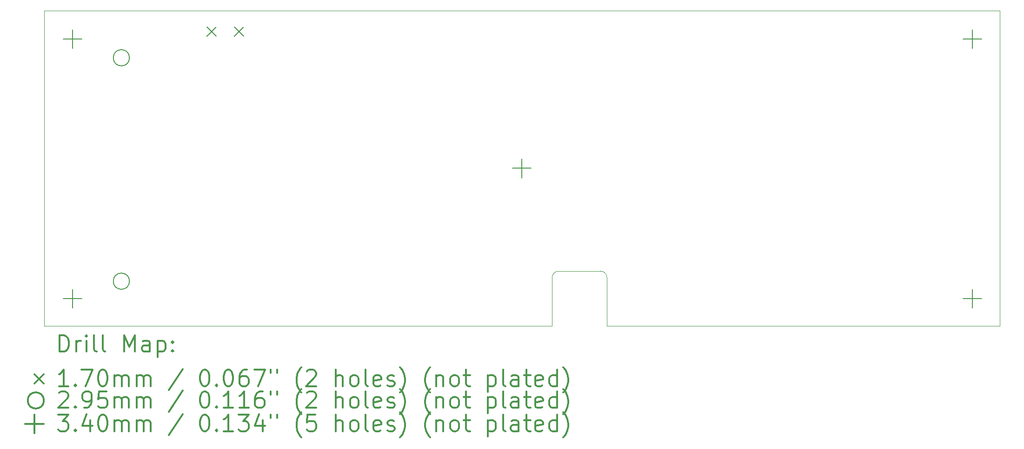
<source format=gbr>
%FSLAX45Y45*%
G04 Gerber Fmt 4.5, Leading zero omitted, Abs format (unit mm)*
G04 Created by KiCad (PCBNEW 5.1.9-73d0e3b20d~88~ubuntu20.04.1) date 2020-12-31 12:36:15*
%MOMM*%
%LPD*%
G01*
G04 APERTURE LIST*
%TA.AperFunction,Profile*%
%ADD10C,0.050000*%
%TD*%
%ADD11C,0.200000*%
%ADD12C,0.300000*%
G04 APERTURE END LIST*
D10*
X13250000Y-8750000D02*
X20400000Y-8750000D01*
X12250000Y-7870000D02*
G75*
G02*
X12370000Y-7750000I120000J0D01*
G01*
X13130000Y-7750000D02*
G75*
G02*
X13250000Y-7870000I0J-120000D01*
G01*
X13250000Y-7870000D02*
X13250000Y-8750000D01*
X12370000Y-7750000D02*
X13130000Y-7750000D01*
X12250000Y-8750000D02*
X12250000Y-7870000D01*
X3000000Y-8750000D02*
X12250000Y-8750000D01*
X3000000Y-3000000D02*
X3000000Y-8750000D01*
X20400000Y-3000000D02*
X3000000Y-3000000D01*
X20400000Y-8750000D02*
X20400000Y-3000000D01*
D11*
X5965000Y-3295000D02*
X6135000Y-3465000D01*
X6135000Y-3295000D02*
X5965000Y-3465000D01*
X6465000Y-3295000D02*
X6635000Y-3465000D01*
X6635000Y-3295000D02*
X6465000Y-3465000D01*
X4555500Y-3860000D02*
G75*
G03*
X4555500Y-3860000I-147500J0D01*
G01*
X4555500Y-7934000D02*
G75*
G03*
X4555500Y-7934000I-147500J0D01*
G01*
X3520000Y-3350000D02*
X3520000Y-3690000D01*
X3350000Y-3520000D02*
X3690000Y-3520000D01*
X3520000Y-8080000D02*
X3520000Y-8420000D01*
X3350000Y-8250000D02*
X3690000Y-8250000D01*
X11700000Y-5705000D02*
X11700000Y-6045000D01*
X11530000Y-5875000D02*
X11870000Y-5875000D01*
X19900000Y-3350000D02*
X19900000Y-3690000D01*
X19730000Y-3520000D02*
X20070000Y-3520000D01*
X19900000Y-8080000D02*
X19900000Y-8420000D01*
X19730000Y-8250000D02*
X20070000Y-8250000D01*
D12*
X3283928Y-9218214D02*
X3283928Y-8918214D01*
X3355357Y-8918214D01*
X3398214Y-8932500D01*
X3426786Y-8961072D01*
X3441071Y-8989643D01*
X3455357Y-9046786D01*
X3455357Y-9089643D01*
X3441071Y-9146786D01*
X3426786Y-9175357D01*
X3398214Y-9203929D01*
X3355357Y-9218214D01*
X3283928Y-9218214D01*
X3583928Y-9218214D02*
X3583928Y-9018214D01*
X3583928Y-9075357D02*
X3598214Y-9046786D01*
X3612500Y-9032500D01*
X3641071Y-9018214D01*
X3669643Y-9018214D01*
X3769643Y-9218214D02*
X3769643Y-9018214D01*
X3769643Y-8918214D02*
X3755357Y-8932500D01*
X3769643Y-8946786D01*
X3783928Y-8932500D01*
X3769643Y-8918214D01*
X3769643Y-8946786D01*
X3955357Y-9218214D02*
X3926786Y-9203929D01*
X3912500Y-9175357D01*
X3912500Y-8918214D01*
X4112500Y-9218214D02*
X4083928Y-9203929D01*
X4069643Y-9175357D01*
X4069643Y-8918214D01*
X4455357Y-9218214D02*
X4455357Y-8918214D01*
X4555357Y-9132500D01*
X4655357Y-8918214D01*
X4655357Y-9218214D01*
X4926786Y-9218214D02*
X4926786Y-9061072D01*
X4912500Y-9032500D01*
X4883928Y-9018214D01*
X4826786Y-9018214D01*
X4798214Y-9032500D01*
X4926786Y-9203929D02*
X4898214Y-9218214D01*
X4826786Y-9218214D01*
X4798214Y-9203929D01*
X4783928Y-9175357D01*
X4783928Y-9146786D01*
X4798214Y-9118214D01*
X4826786Y-9103929D01*
X4898214Y-9103929D01*
X4926786Y-9089643D01*
X5069643Y-9018214D02*
X5069643Y-9318214D01*
X5069643Y-9032500D02*
X5098214Y-9018214D01*
X5155357Y-9018214D01*
X5183928Y-9032500D01*
X5198214Y-9046786D01*
X5212500Y-9075357D01*
X5212500Y-9161072D01*
X5198214Y-9189643D01*
X5183928Y-9203929D01*
X5155357Y-9218214D01*
X5098214Y-9218214D01*
X5069643Y-9203929D01*
X5341071Y-9189643D02*
X5355357Y-9203929D01*
X5341071Y-9218214D01*
X5326786Y-9203929D01*
X5341071Y-9189643D01*
X5341071Y-9218214D01*
X5341071Y-9032500D02*
X5355357Y-9046786D01*
X5341071Y-9061072D01*
X5326786Y-9046786D01*
X5341071Y-9032500D01*
X5341071Y-9061072D01*
X2827500Y-9627500D02*
X2997500Y-9797500D01*
X2997500Y-9627500D02*
X2827500Y-9797500D01*
X3441071Y-9848214D02*
X3269643Y-9848214D01*
X3355357Y-9848214D02*
X3355357Y-9548214D01*
X3326786Y-9591072D01*
X3298214Y-9619643D01*
X3269643Y-9633929D01*
X3569643Y-9819643D02*
X3583928Y-9833929D01*
X3569643Y-9848214D01*
X3555357Y-9833929D01*
X3569643Y-9819643D01*
X3569643Y-9848214D01*
X3683928Y-9548214D02*
X3883928Y-9548214D01*
X3755357Y-9848214D01*
X4055357Y-9548214D02*
X4083928Y-9548214D01*
X4112500Y-9562500D01*
X4126786Y-9576786D01*
X4141071Y-9605357D01*
X4155357Y-9662500D01*
X4155357Y-9733929D01*
X4141071Y-9791072D01*
X4126786Y-9819643D01*
X4112500Y-9833929D01*
X4083928Y-9848214D01*
X4055357Y-9848214D01*
X4026786Y-9833929D01*
X4012500Y-9819643D01*
X3998214Y-9791072D01*
X3983928Y-9733929D01*
X3983928Y-9662500D01*
X3998214Y-9605357D01*
X4012500Y-9576786D01*
X4026786Y-9562500D01*
X4055357Y-9548214D01*
X4283928Y-9848214D02*
X4283928Y-9648214D01*
X4283928Y-9676786D02*
X4298214Y-9662500D01*
X4326786Y-9648214D01*
X4369643Y-9648214D01*
X4398214Y-9662500D01*
X4412500Y-9691072D01*
X4412500Y-9848214D01*
X4412500Y-9691072D02*
X4426786Y-9662500D01*
X4455357Y-9648214D01*
X4498214Y-9648214D01*
X4526786Y-9662500D01*
X4541071Y-9691072D01*
X4541071Y-9848214D01*
X4683928Y-9848214D02*
X4683928Y-9648214D01*
X4683928Y-9676786D02*
X4698214Y-9662500D01*
X4726786Y-9648214D01*
X4769643Y-9648214D01*
X4798214Y-9662500D01*
X4812500Y-9691072D01*
X4812500Y-9848214D01*
X4812500Y-9691072D02*
X4826786Y-9662500D01*
X4855357Y-9648214D01*
X4898214Y-9648214D01*
X4926786Y-9662500D01*
X4941071Y-9691072D01*
X4941071Y-9848214D01*
X5526786Y-9533929D02*
X5269643Y-9919643D01*
X5912500Y-9548214D02*
X5941071Y-9548214D01*
X5969643Y-9562500D01*
X5983928Y-9576786D01*
X5998214Y-9605357D01*
X6012500Y-9662500D01*
X6012500Y-9733929D01*
X5998214Y-9791072D01*
X5983928Y-9819643D01*
X5969643Y-9833929D01*
X5941071Y-9848214D01*
X5912500Y-9848214D01*
X5883928Y-9833929D01*
X5869643Y-9819643D01*
X5855357Y-9791072D01*
X5841071Y-9733929D01*
X5841071Y-9662500D01*
X5855357Y-9605357D01*
X5869643Y-9576786D01*
X5883928Y-9562500D01*
X5912500Y-9548214D01*
X6141071Y-9819643D02*
X6155357Y-9833929D01*
X6141071Y-9848214D01*
X6126786Y-9833929D01*
X6141071Y-9819643D01*
X6141071Y-9848214D01*
X6341071Y-9548214D02*
X6369643Y-9548214D01*
X6398214Y-9562500D01*
X6412500Y-9576786D01*
X6426786Y-9605357D01*
X6441071Y-9662500D01*
X6441071Y-9733929D01*
X6426786Y-9791072D01*
X6412500Y-9819643D01*
X6398214Y-9833929D01*
X6369643Y-9848214D01*
X6341071Y-9848214D01*
X6312500Y-9833929D01*
X6298214Y-9819643D01*
X6283928Y-9791072D01*
X6269643Y-9733929D01*
X6269643Y-9662500D01*
X6283928Y-9605357D01*
X6298214Y-9576786D01*
X6312500Y-9562500D01*
X6341071Y-9548214D01*
X6698214Y-9548214D02*
X6641071Y-9548214D01*
X6612500Y-9562500D01*
X6598214Y-9576786D01*
X6569643Y-9619643D01*
X6555357Y-9676786D01*
X6555357Y-9791072D01*
X6569643Y-9819643D01*
X6583928Y-9833929D01*
X6612500Y-9848214D01*
X6669643Y-9848214D01*
X6698214Y-9833929D01*
X6712500Y-9819643D01*
X6726786Y-9791072D01*
X6726786Y-9719643D01*
X6712500Y-9691072D01*
X6698214Y-9676786D01*
X6669643Y-9662500D01*
X6612500Y-9662500D01*
X6583928Y-9676786D01*
X6569643Y-9691072D01*
X6555357Y-9719643D01*
X6826786Y-9548214D02*
X7026786Y-9548214D01*
X6898214Y-9848214D01*
X7126786Y-9548214D02*
X7126786Y-9605357D01*
X7241071Y-9548214D02*
X7241071Y-9605357D01*
X7683928Y-9962500D02*
X7669643Y-9948214D01*
X7641071Y-9905357D01*
X7626786Y-9876786D01*
X7612500Y-9833929D01*
X7598214Y-9762500D01*
X7598214Y-9705357D01*
X7612500Y-9633929D01*
X7626786Y-9591072D01*
X7641071Y-9562500D01*
X7669643Y-9519643D01*
X7683928Y-9505357D01*
X7783928Y-9576786D02*
X7798214Y-9562500D01*
X7826786Y-9548214D01*
X7898214Y-9548214D01*
X7926786Y-9562500D01*
X7941071Y-9576786D01*
X7955357Y-9605357D01*
X7955357Y-9633929D01*
X7941071Y-9676786D01*
X7769643Y-9848214D01*
X7955357Y-9848214D01*
X8312500Y-9848214D02*
X8312500Y-9548214D01*
X8441071Y-9848214D02*
X8441071Y-9691072D01*
X8426786Y-9662500D01*
X8398214Y-9648214D01*
X8355357Y-9648214D01*
X8326786Y-9662500D01*
X8312500Y-9676786D01*
X8626786Y-9848214D02*
X8598214Y-9833929D01*
X8583928Y-9819643D01*
X8569643Y-9791072D01*
X8569643Y-9705357D01*
X8583928Y-9676786D01*
X8598214Y-9662500D01*
X8626786Y-9648214D01*
X8669643Y-9648214D01*
X8698214Y-9662500D01*
X8712500Y-9676786D01*
X8726786Y-9705357D01*
X8726786Y-9791072D01*
X8712500Y-9819643D01*
X8698214Y-9833929D01*
X8669643Y-9848214D01*
X8626786Y-9848214D01*
X8898214Y-9848214D02*
X8869643Y-9833929D01*
X8855357Y-9805357D01*
X8855357Y-9548214D01*
X9126786Y-9833929D02*
X9098214Y-9848214D01*
X9041071Y-9848214D01*
X9012500Y-9833929D01*
X8998214Y-9805357D01*
X8998214Y-9691072D01*
X9012500Y-9662500D01*
X9041071Y-9648214D01*
X9098214Y-9648214D01*
X9126786Y-9662500D01*
X9141071Y-9691072D01*
X9141071Y-9719643D01*
X8998214Y-9748214D01*
X9255357Y-9833929D02*
X9283928Y-9848214D01*
X9341071Y-9848214D01*
X9369643Y-9833929D01*
X9383928Y-9805357D01*
X9383928Y-9791072D01*
X9369643Y-9762500D01*
X9341071Y-9748214D01*
X9298214Y-9748214D01*
X9269643Y-9733929D01*
X9255357Y-9705357D01*
X9255357Y-9691072D01*
X9269643Y-9662500D01*
X9298214Y-9648214D01*
X9341071Y-9648214D01*
X9369643Y-9662500D01*
X9483928Y-9962500D02*
X9498214Y-9948214D01*
X9526786Y-9905357D01*
X9541071Y-9876786D01*
X9555357Y-9833929D01*
X9569643Y-9762500D01*
X9569643Y-9705357D01*
X9555357Y-9633929D01*
X9541071Y-9591072D01*
X9526786Y-9562500D01*
X9498214Y-9519643D01*
X9483928Y-9505357D01*
X10026786Y-9962500D02*
X10012500Y-9948214D01*
X9983928Y-9905357D01*
X9969643Y-9876786D01*
X9955357Y-9833929D01*
X9941071Y-9762500D01*
X9941071Y-9705357D01*
X9955357Y-9633929D01*
X9969643Y-9591072D01*
X9983928Y-9562500D01*
X10012500Y-9519643D01*
X10026786Y-9505357D01*
X10141071Y-9648214D02*
X10141071Y-9848214D01*
X10141071Y-9676786D02*
X10155357Y-9662500D01*
X10183928Y-9648214D01*
X10226786Y-9648214D01*
X10255357Y-9662500D01*
X10269643Y-9691072D01*
X10269643Y-9848214D01*
X10455357Y-9848214D02*
X10426786Y-9833929D01*
X10412500Y-9819643D01*
X10398214Y-9791072D01*
X10398214Y-9705357D01*
X10412500Y-9676786D01*
X10426786Y-9662500D01*
X10455357Y-9648214D01*
X10498214Y-9648214D01*
X10526786Y-9662500D01*
X10541071Y-9676786D01*
X10555357Y-9705357D01*
X10555357Y-9791072D01*
X10541071Y-9819643D01*
X10526786Y-9833929D01*
X10498214Y-9848214D01*
X10455357Y-9848214D01*
X10641071Y-9648214D02*
X10755357Y-9648214D01*
X10683928Y-9548214D02*
X10683928Y-9805357D01*
X10698214Y-9833929D01*
X10726786Y-9848214D01*
X10755357Y-9848214D01*
X11083928Y-9648214D02*
X11083928Y-9948214D01*
X11083928Y-9662500D02*
X11112500Y-9648214D01*
X11169643Y-9648214D01*
X11198214Y-9662500D01*
X11212500Y-9676786D01*
X11226786Y-9705357D01*
X11226786Y-9791072D01*
X11212500Y-9819643D01*
X11198214Y-9833929D01*
X11169643Y-9848214D01*
X11112500Y-9848214D01*
X11083928Y-9833929D01*
X11398214Y-9848214D02*
X11369643Y-9833929D01*
X11355357Y-9805357D01*
X11355357Y-9548214D01*
X11641071Y-9848214D02*
X11641071Y-9691072D01*
X11626786Y-9662500D01*
X11598214Y-9648214D01*
X11541071Y-9648214D01*
X11512500Y-9662500D01*
X11641071Y-9833929D02*
X11612500Y-9848214D01*
X11541071Y-9848214D01*
X11512500Y-9833929D01*
X11498214Y-9805357D01*
X11498214Y-9776786D01*
X11512500Y-9748214D01*
X11541071Y-9733929D01*
X11612500Y-9733929D01*
X11641071Y-9719643D01*
X11741071Y-9648214D02*
X11855357Y-9648214D01*
X11783928Y-9548214D02*
X11783928Y-9805357D01*
X11798214Y-9833929D01*
X11826786Y-9848214D01*
X11855357Y-9848214D01*
X12069643Y-9833929D02*
X12041071Y-9848214D01*
X11983928Y-9848214D01*
X11955357Y-9833929D01*
X11941071Y-9805357D01*
X11941071Y-9691072D01*
X11955357Y-9662500D01*
X11983928Y-9648214D01*
X12041071Y-9648214D01*
X12069643Y-9662500D01*
X12083928Y-9691072D01*
X12083928Y-9719643D01*
X11941071Y-9748214D01*
X12341071Y-9848214D02*
X12341071Y-9548214D01*
X12341071Y-9833929D02*
X12312500Y-9848214D01*
X12255357Y-9848214D01*
X12226786Y-9833929D01*
X12212500Y-9819643D01*
X12198214Y-9791072D01*
X12198214Y-9705357D01*
X12212500Y-9676786D01*
X12226786Y-9662500D01*
X12255357Y-9648214D01*
X12312500Y-9648214D01*
X12341071Y-9662500D01*
X12455357Y-9962500D02*
X12469643Y-9948214D01*
X12498214Y-9905357D01*
X12512500Y-9876786D01*
X12526786Y-9833929D01*
X12541071Y-9762500D01*
X12541071Y-9705357D01*
X12526786Y-9633929D01*
X12512500Y-9591072D01*
X12498214Y-9562500D01*
X12469643Y-9519643D01*
X12455357Y-9505357D01*
X2997500Y-10108500D02*
G75*
G03*
X2997500Y-10108500I-147500J0D01*
G01*
X3269643Y-9972786D02*
X3283928Y-9958500D01*
X3312500Y-9944214D01*
X3383928Y-9944214D01*
X3412500Y-9958500D01*
X3426786Y-9972786D01*
X3441071Y-10001357D01*
X3441071Y-10029929D01*
X3426786Y-10072786D01*
X3255357Y-10244214D01*
X3441071Y-10244214D01*
X3569643Y-10215643D02*
X3583928Y-10229929D01*
X3569643Y-10244214D01*
X3555357Y-10229929D01*
X3569643Y-10215643D01*
X3569643Y-10244214D01*
X3726786Y-10244214D02*
X3783928Y-10244214D01*
X3812500Y-10229929D01*
X3826786Y-10215643D01*
X3855357Y-10172786D01*
X3869643Y-10115643D01*
X3869643Y-10001357D01*
X3855357Y-9972786D01*
X3841071Y-9958500D01*
X3812500Y-9944214D01*
X3755357Y-9944214D01*
X3726786Y-9958500D01*
X3712500Y-9972786D01*
X3698214Y-10001357D01*
X3698214Y-10072786D01*
X3712500Y-10101357D01*
X3726786Y-10115643D01*
X3755357Y-10129929D01*
X3812500Y-10129929D01*
X3841071Y-10115643D01*
X3855357Y-10101357D01*
X3869643Y-10072786D01*
X4141071Y-9944214D02*
X3998214Y-9944214D01*
X3983928Y-10087072D01*
X3998214Y-10072786D01*
X4026786Y-10058500D01*
X4098214Y-10058500D01*
X4126786Y-10072786D01*
X4141071Y-10087072D01*
X4155357Y-10115643D01*
X4155357Y-10187072D01*
X4141071Y-10215643D01*
X4126786Y-10229929D01*
X4098214Y-10244214D01*
X4026786Y-10244214D01*
X3998214Y-10229929D01*
X3983928Y-10215643D01*
X4283928Y-10244214D02*
X4283928Y-10044214D01*
X4283928Y-10072786D02*
X4298214Y-10058500D01*
X4326786Y-10044214D01*
X4369643Y-10044214D01*
X4398214Y-10058500D01*
X4412500Y-10087072D01*
X4412500Y-10244214D01*
X4412500Y-10087072D02*
X4426786Y-10058500D01*
X4455357Y-10044214D01*
X4498214Y-10044214D01*
X4526786Y-10058500D01*
X4541071Y-10087072D01*
X4541071Y-10244214D01*
X4683928Y-10244214D02*
X4683928Y-10044214D01*
X4683928Y-10072786D02*
X4698214Y-10058500D01*
X4726786Y-10044214D01*
X4769643Y-10044214D01*
X4798214Y-10058500D01*
X4812500Y-10087072D01*
X4812500Y-10244214D01*
X4812500Y-10087072D02*
X4826786Y-10058500D01*
X4855357Y-10044214D01*
X4898214Y-10044214D01*
X4926786Y-10058500D01*
X4941071Y-10087072D01*
X4941071Y-10244214D01*
X5526786Y-9929929D02*
X5269643Y-10315643D01*
X5912500Y-9944214D02*
X5941071Y-9944214D01*
X5969643Y-9958500D01*
X5983928Y-9972786D01*
X5998214Y-10001357D01*
X6012500Y-10058500D01*
X6012500Y-10129929D01*
X5998214Y-10187072D01*
X5983928Y-10215643D01*
X5969643Y-10229929D01*
X5941071Y-10244214D01*
X5912500Y-10244214D01*
X5883928Y-10229929D01*
X5869643Y-10215643D01*
X5855357Y-10187072D01*
X5841071Y-10129929D01*
X5841071Y-10058500D01*
X5855357Y-10001357D01*
X5869643Y-9972786D01*
X5883928Y-9958500D01*
X5912500Y-9944214D01*
X6141071Y-10215643D02*
X6155357Y-10229929D01*
X6141071Y-10244214D01*
X6126786Y-10229929D01*
X6141071Y-10215643D01*
X6141071Y-10244214D01*
X6441071Y-10244214D02*
X6269643Y-10244214D01*
X6355357Y-10244214D02*
X6355357Y-9944214D01*
X6326786Y-9987072D01*
X6298214Y-10015643D01*
X6269643Y-10029929D01*
X6726786Y-10244214D02*
X6555357Y-10244214D01*
X6641071Y-10244214D02*
X6641071Y-9944214D01*
X6612500Y-9987072D01*
X6583928Y-10015643D01*
X6555357Y-10029929D01*
X6983928Y-9944214D02*
X6926786Y-9944214D01*
X6898214Y-9958500D01*
X6883928Y-9972786D01*
X6855357Y-10015643D01*
X6841071Y-10072786D01*
X6841071Y-10187072D01*
X6855357Y-10215643D01*
X6869643Y-10229929D01*
X6898214Y-10244214D01*
X6955357Y-10244214D01*
X6983928Y-10229929D01*
X6998214Y-10215643D01*
X7012500Y-10187072D01*
X7012500Y-10115643D01*
X6998214Y-10087072D01*
X6983928Y-10072786D01*
X6955357Y-10058500D01*
X6898214Y-10058500D01*
X6869643Y-10072786D01*
X6855357Y-10087072D01*
X6841071Y-10115643D01*
X7126786Y-9944214D02*
X7126786Y-10001357D01*
X7241071Y-9944214D02*
X7241071Y-10001357D01*
X7683928Y-10358500D02*
X7669643Y-10344214D01*
X7641071Y-10301357D01*
X7626786Y-10272786D01*
X7612500Y-10229929D01*
X7598214Y-10158500D01*
X7598214Y-10101357D01*
X7612500Y-10029929D01*
X7626786Y-9987072D01*
X7641071Y-9958500D01*
X7669643Y-9915643D01*
X7683928Y-9901357D01*
X7783928Y-9972786D02*
X7798214Y-9958500D01*
X7826786Y-9944214D01*
X7898214Y-9944214D01*
X7926786Y-9958500D01*
X7941071Y-9972786D01*
X7955357Y-10001357D01*
X7955357Y-10029929D01*
X7941071Y-10072786D01*
X7769643Y-10244214D01*
X7955357Y-10244214D01*
X8312500Y-10244214D02*
X8312500Y-9944214D01*
X8441071Y-10244214D02*
X8441071Y-10087072D01*
X8426786Y-10058500D01*
X8398214Y-10044214D01*
X8355357Y-10044214D01*
X8326786Y-10058500D01*
X8312500Y-10072786D01*
X8626786Y-10244214D02*
X8598214Y-10229929D01*
X8583928Y-10215643D01*
X8569643Y-10187072D01*
X8569643Y-10101357D01*
X8583928Y-10072786D01*
X8598214Y-10058500D01*
X8626786Y-10044214D01*
X8669643Y-10044214D01*
X8698214Y-10058500D01*
X8712500Y-10072786D01*
X8726786Y-10101357D01*
X8726786Y-10187072D01*
X8712500Y-10215643D01*
X8698214Y-10229929D01*
X8669643Y-10244214D01*
X8626786Y-10244214D01*
X8898214Y-10244214D02*
X8869643Y-10229929D01*
X8855357Y-10201357D01*
X8855357Y-9944214D01*
X9126786Y-10229929D02*
X9098214Y-10244214D01*
X9041071Y-10244214D01*
X9012500Y-10229929D01*
X8998214Y-10201357D01*
X8998214Y-10087072D01*
X9012500Y-10058500D01*
X9041071Y-10044214D01*
X9098214Y-10044214D01*
X9126786Y-10058500D01*
X9141071Y-10087072D01*
X9141071Y-10115643D01*
X8998214Y-10144214D01*
X9255357Y-10229929D02*
X9283928Y-10244214D01*
X9341071Y-10244214D01*
X9369643Y-10229929D01*
X9383928Y-10201357D01*
X9383928Y-10187072D01*
X9369643Y-10158500D01*
X9341071Y-10144214D01*
X9298214Y-10144214D01*
X9269643Y-10129929D01*
X9255357Y-10101357D01*
X9255357Y-10087072D01*
X9269643Y-10058500D01*
X9298214Y-10044214D01*
X9341071Y-10044214D01*
X9369643Y-10058500D01*
X9483928Y-10358500D02*
X9498214Y-10344214D01*
X9526786Y-10301357D01*
X9541071Y-10272786D01*
X9555357Y-10229929D01*
X9569643Y-10158500D01*
X9569643Y-10101357D01*
X9555357Y-10029929D01*
X9541071Y-9987072D01*
X9526786Y-9958500D01*
X9498214Y-9915643D01*
X9483928Y-9901357D01*
X10026786Y-10358500D02*
X10012500Y-10344214D01*
X9983928Y-10301357D01*
X9969643Y-10272786D01*
X9955357Y-10229929D01*
X9941071Y-10158500D01*
X9941071Y-10101357D01*
X9955357Y-10029929D01*
X9969643Y-9987072D01*
X9983928Y-9958500D01*
X10012500Y-9915643D01*
X10026786Y-9901357D01*
X10141071Y-10044214D02*
X10141071Y-10244214D01*
X10141071Y-10072786D02*
X10155357Y-10058500D01*
X10183928Y-10044214D01*
X10226786Y-10044214D01*
X10255357Y-10058500D01*
X10269643Y-10087072D01*
X10269643Y-10244214D01*
X10455357Y-10244214D02*
X10426786Y-10229929D01*
X10412500Y-10215643D01*
X10398214Y-10187072D01*
X10398214Y-10101357D01*
X10412500Y-10072786D01*
X10426786Y-10058500D01*
X10455357Y-10044214D01*
X10498214Y-10044214D01*
X10526786Y-10058500D01*
X10541071Y-10072786D01*
X10555357Y-10101357D01*
X10555357Y-10187072D01*
X10541071Y-10215643D01*
X10526786Y-10229929D01*
X10498214Y-10244214D01*
X10455357Y-10244214D01*
X10641071Y-10044214D02*
X10755357Y-10044214D01*
X10683928Y-9944214D02*
X10683928Y-10201357D01*
X10698214Y-10229929D01*
X10726786Y-10244214D01*
X10755357Y-10244214D01*
X11083928Y-10044214D02*
X11083928Y-10344214D01*
X11083928Y-10058500D02*
X11112500Y-10044214D01*
X11169643Y-10044214D01*
X11198214Y-10058500D01*
X11212500Y-10072786D01*
X11226786Y-10101357D01*
X11226786Y-10187072D01*
X11212500Y-10215643D01*
X11198214Y-10229929D01*
X11169643Y-10244214D01*
X11112500Y-10244214D01*
X11083928Y-10229929D01*
X11398214Y-10244214D02*
X11369643Y-10229929D01*
X11355357Y-10201357D01*
X11355357Y-9944214D01*
X11641071Y-10244214D02*
X11641071Y-10087072D01*
X11626786Y-10058500D01*
X11598214Y-10044214D01*
X11541071Y-10044214D01*
X11512500Y-10058500D01*
X11641071Y-10229929D02*
X11612500Y-10244214D01*
X11541071Y-10244214D01*
X11512500Y-10229929D01*
X11498214Y-10201357D01*
X11498214Y-10172786D01*
X11512500Y-10144214D01*
X11541071Y-10129929D01*
X11612500Y-10129929D01*
X11641071Y-10115643D01*
X11741071Y-10044214D02*
X11855357Y-10044214D01*
X11783928Y-9944214D02*
X11783928Y-10201357D01*
X11798214Y-10229929D01*
X11826786Y-10244214D01*
X11855357Y-10244214D01*
X12069643Y-10229929D02*
X12041071Y-10244214D01*
X11983928Y-10244214D01*
X11955357Y-10229929D01*
X11941071Y-10201357D01*
X11941071Y-10087072D01*
X11955357Y-10058500D01*
X11983928Y-10044214D01*
X12041071Y-10044214D01*
X12069643Y-10058500D01*
X12083928Y-10087072D01*
X12083928Y-10115643D01*
X11941071Y-10144214D01*
X12341071Y-10244214D02*
X12341071Y-9944214D01*
X12341071Y-10229929D02*
X12312500Y-10244214D01*
X12255357Y-10244214D01*
X12226786Y-10229929D01*
X12212500Y-10215643D01*
X12198214Y-10187072D01*
X12198214Y-10101357D01*
X12212500Y-10072786D01*
X12226786Y-10058500D01*
X12255357Y-10044214D01*
X12312500Y-10044214D01*
X12341071Y-10058500D01*
X12455357Y-10358500D02*
X12469643Y-10344214D01*
X12498214Y-10301357D01*
X12512500Y-10272786D01*
X12526786Y-10229929D01*
X12541071Y-10158500D01*
X12541071Y-10101357D01*
X12526786Y-10029929D01*
X12512500Y-9987072D01*
X12498214Y-9958500D01*
X12469643Y-9915643D01*
X12455357Y-9901357D01*
X2827500Y-10363500D02*
X2827500Y-10703500D01*
X2657500Y-10533500D02*
X2997500Y-10533500D01*
X3255357Y-10369214D02*
X3441071Y-10369214D01*
X3341071Y-10483500D01*
X3383928Y-10483500D01*
X3412500Y-10497786D01*
X3426786Y-10512072D01*
X3441071Y-10540643D01*
X3441071Y-10612072D01*
X3426786Y-10640643D01*
X3412500Y-10654929D01*
X3383928Y-10669214D01*
X3298214Y-10669214D01*
X3269643Y-10654929D01*
X3255357Y-10640643D01*
X3569643Y-10640643D02*
X3583928Y-10654929D01*
X3569643Y-10669214D01*
X3555357Y-10654929D01*
X3569643Y-10640643D01*
X3569643Y-10669214D01*
X3841071Y-10469214D02*
X3841071Y-10669214D01*
X3769643Y-10354929D02*
X3698214Y-10569214D01*
X3883928Y-10569214D01*
X4055357Y-10369214D02*
X4083928Y-10369214D01*
X4112500Y-10383500D01*
X4126786Y-10397786D01*
X4141071Y-10426357D01*
X4155357Y-10483500D01*
X4155357Y-10554929D01*
X4141071Y-10612072D01*
X4126786Y-10640643D01*
X4112500Y-10654929D01*
X4083928Y-10669214D01*
X4055357Y-10669214D01*
X4026786Y-10654929D01*
X4012500Y-10640643D01*
X3998214Y-10612072D01*
X3983928Y-10554929D01*
X3983928Y-10483500D01*
X3998214Y-10426357D01*
X4012500Y-10397786D01*
X4026786Y-10383500D01*
X4055357Y-10369214D01*
X4283928Y-10669214D02*
X4283928Y-10469214D01*
X4283928Y-10497786D02*
X4298214Y-10483500D01*
X4326786Y-10469214D01*
X4369643Y-10469214D01*
X4398214Y-10483500D01*
X4412500Y-10512072D01*
X4412500Y-10669214D01*
X4412500Y-10512072D02*
X4426786Y-10483500D01*
X4455357Y-10469214D01*
X4498214Y-10469214D01*
X4526786Y-10483500D01*
X4541071Y-10512072D01*
X4541071Y-10669214D01*
X4683928Y-10669214D02*
X4683928Y-10469214D01*
X4683928Y-10497786D02*
X4698214Y-10483500D01*
X4726786Y-10469214D01*
X4769643Y-10469214D01*
X4798214Y-10483500D01*
X4812500Y-10512072D01*
X4812500Y-10669214D01*
X4812500Y-10512072D02*
X4826786Y-10483500D01*
X4855357Y-10469214D01*
X4898214Y-10469214D01*
X4926786Y-10483500D01*
X4941071Y-10512072D01*
X4941071Y-10669214D01*
X5526786Y-10354929D02*
X5269643Y-10740643D01*
X5912500Y-10369214D02*
X5941071Y-10369214D01*
X5969643Y-10383500D01*
X5983928Y-10397786D01*
X5998214Y-10426357D01*
X6012500Y-10483500D01*
X6012500Y-10554929D01*
X5998214Y-10612072D01*
X5983928Y-10640643D01*
X5969643Y-10654929D01*
X5941071Y-10669214D01*
X5912500Y-10669214D01*
X5883928Y-10654929D01*
X5869643Y-10640643D01*
X5855357Y-10612072D01*
X5841071Y-10554929D01*
X5841071Y-10483500D01*
X5855357Y-10426357D01*
X5869643Y-10397786D01*
X5883928Y-10383500D01*
X5912500Y-10369214D01*
X6141071Y-10640643D02*
X6155357Y-10654929D01*
X6141071Y-10669214D01*
X6126786Y-10654929D01*
X6141071Y-10640643D01*
X6141071Y-10669214D01*
X6441071Y-10669214D02*
X6269643Y-10669214D01*
X6355357Y-10669214D02*
X6355357Y-10369214D01*
X6326786Y-10412072D01*
X6298214Y-10440643D01*
X6269643Y-10454929D01*
X6541071Y-10369214D02*
X6726786Y-10369214D01*
X6626786Y-10483500D01*
X6669643Y-10483500D01*
X6698214Y-10497786D01*
X6712500Y-10512072D01*
X6726786Y-10540643D01*
X6726786Y-10612072D01*
X6712500Y-10640643D01*
X6698214Y-10654929D01*
X6669643Y-10669214D01*
X6583928Y-10669214D01*
X6555357Y-10654929D01*
X6541071Y-10640643D01*
X6983928Y-10469214D02*
X6983928Y-10669214D01*
X6912500Y-10354929D02*
X6841071Y-10569214D01*
X7026786Y-10569214D01*
X7126786Y-10369214D02*
X7126786Y-10426357D01*
X7241071Y-10369214D02*
X7241071Y-10426357D01*
X7683928Y-10783500D02*
X7669643Y-10769214D01*
X7641071Y-10726357D01*
X7626786Y-10697786D01*
X7612500Y-10654929D01*
X7598214Y-10583500D01*
X7598214Y-10526357D01*
X7612500Y-10454929D01*
X7626786Y-10412072D01*
X7641071Y-10383500D01*
X7669643Y-10340643D01*
X7683928Y-10326357D01*
X7941071Y-10369214D02*
X7798214Y-10369214D01*
X7783928Y-10512072D01*
X7798214Y-10497786D01*
X7826786Y-10483500D01*
X7898214Y-10483500D01*
X7926786Y-10497786D01*
X7941071Y-10512072D01*
X7955357Y-10540643D01*
X7955357Y-10612072D01*
X7941071Y-10640643D01*
X7926786Y-10654929D01*
X7898214Y-10669214D01*
X7826786Y-10669214D01*
X7798214Y-10654929D01*
X7783928Y-10640643D01*
X8312500Y-10669214D02*
X8312500Y-10369214D01*
X8441071Y-10669214D02*
X8441071Y-10512072D01*
X8426786Y-10483500D01*
X8398214Y-10469214D01*
X8355357Y-10469214D01*
X8326786Y-10483500D01*
X8312500Y-10497786D01*
X8626786Y-10669214D02*
X8598214Y-10654929D01*
X8583928Y-10640643D01*
X8569643Y-10612072D01*
X8569643Y-10526357D01*
X8583928Y-10497786D01*
X8598214Y-10483500D01*
X8626786Y-10469214D01*
X8669643Y-10469214D01*
X8698214Y-10483500D01*
X8712500Y-10497786D01*
X8726786Y-10526357D01*
X8726786Y-10612072D01*
X8712500Y-10640643D01*
X8698214Y-10654929D01*
X8669643Y-10669214D01*
X8626786Y-10669214D01*
X8898214Y-10669214D02*
X8869643Y-10654929D01*
X8855357Y-10626357D01*
X8855357Y-10369214D01*
X9126786Y-10654929D02*
X9098214Y-10669214D01*
X9041071Y-10669214D01*
X9012500Y-10654929D01*
X8998214Y-10626357D01*
X8998214Y-10512072D01*
X9012500Y-10483500D01*
X9041071Y-10469214D01*
X9098214Y-10469214D01*
X9126786Y-10483500D01*
X9141071Y-10512072D01*
X9141071Y-10540643D01*
X8998214Y-10569214D01*
X9255357Y-10654929D02*
X9283928Y-10669214D01*
X9341071Y-10669214D01*
X9369643Y-10654929D01*
X9383928Y-10626357D01*
X9383928Y-10612072D01*
X9369643Y-10583500D01*
X9341071Y-10569214D01*
X9298214Y-10569214D01*
X9269643Y-10554929D01*
X9255357Y-10526357D01*
X9255357Y-10512072D01*
X9269643Y-10483500D01*
X9298214Y-10469214D01*
X9341071Y-10469214D01*
X9369643Y-10483500D01*
X9483928Y-10783500D02*
X9498214Y-10769214D01*
X9526786Y-10726357D01*
X9541071Y-10697786D01*
X9555357Y-10654929D01*
X9569643Y-10583500D01*
X9569643Y-10526357D01*
X9555357Y-10454929D01*
X9541071Y-10412072D01*
X9526786Y-10383500D01*
X9498214Y-10340643D01*
X9483928Y-10326357D01*
X10026786Y-10783500D02*
X10012500Y-10769214D01*
X9983928Y-10726357D01*
X9969643Y-10697786D01*
X9955357Y-10654929D01*
X9941071Y-10583500D01*
X9941071Y-10526357D01*
X9955357Y-10454929D01*
X9969643Y-10412072D01*
X9983928Y-10383500D01*
X10012500Y-10340643D01*
X10026786Y-10326357D01*
X10141071Y-10469214D02*
X10141071Y-10669214D01*
X10141071Y-10497786D02*
X10155357Y-10483500D01*
X10183928Y-10469214D01*
X10226786Y-10469214D01*
X10255357Y-10483500D01*
X10269643Y-10512072D01*
X10269643Y-10669214D01*
X10455357Y-10669214D02*
X10426786Y-10654929D01*
X10412500Y-10640643D01*
X10398214Y-10612072D01*
X10398214Y-10526357D01*
X10412500Y-10497786D01*
X10426786Y-10483500D01*
X10455357Y-10469214D01*
X10498214Y-10469214D01*
X10526786Y-10483500D01*
X10541071Y-10497786D01*
X10555357Y-10526357D01*
X10555357Y-10612072D01*
X10541071Y-10640643D01*
X10526786Y-10654929D01*
X10498214Y-10669214D01*
X10455357Y-10669214D01*
X10641071Y-10469214D02*
X10755357Y-10469214D01*
X10683928Y-10369214D02*
X10683928Y-10626357D01*
X10698214Y-10654929D01*
X10726786Y-10669214D01*
X10755357Y-10669214D01*
X11083928Y-10469214D02*
X11083928Y-10769214D01*
X11083928Y-10483500D02*
X11112500Y-10469214D01*
X11169643Y-10469214D01*
X11198214Y-10483500D01*
X11212500Y-10497786D01*
X11226786Y-10526357D01*
X11226786Y-10612072D01*
X11212500Y-10640643D01*
X11198214Y-10654929D01*
X11169643Y-10669214D01*
X11112500Y-10669214D01*
X11083928Y-10654929D01*
X11398214Y-10669214D02*
X11369643Y-10654929D01*
X11355357Y-10626357D01*
X11355357Y-10369214D01*
X11641071Y-10669214D02*
X11641071Y-10512072D01*
X11626786Y-10483500D01*
X11598214Y-10469214D01*
X11541071Y-10469214D01*
X11512500Y-10483500D01*
X11641071Y-10654929D02*
X11612500Y-10669214D01*
X11541071Y-10669214D01*
X11512500Y-10654929D01*
X11498214Y-10626357D01*
X11498214Y-10597786D01*
X11512500Y-10569214D01*
X11541071Y-10554929D01*
X11612500Y-10554929D01*
X11641071Y-10540643D01*
X11741071Y-10469214D02*
X11855357Y-10469214D01*
X11783928Y-10369214D02*
X11783928Y-10626357D01*
X11798214Y-10654929D01*
X11826786Y-10669214D01*
X11855357Y-10669214D01*
X12069643Y-10654929D02*
X12041071Y-10669214D01*
X11983928Y-10669214D01*
X11955357Y-10654929D01*
X11941071Y-10626357D01*
X11941071Y-10512072D01*
X11955357Y-10483500D01*
X11983928Y-10469214D01*
X12041071Y-10469214D01*
X12069643Y-10483500D01*
X12083928Y-10512072D01*
X12083928Y-10540643D01*
X11941071Y-10569214D01*
X12341071Y-10669214D02*
X12341071Y-10369214D01*
X12341071Y-10654929D02*
X12312500Y-10669214D01*
X12255357Y-10669214D01*
X12226786Y-10654929D01*
X12212500Y-10640643D01*
X12198214Y-10612072D01*
X12198214Y-10526357D01*
X12212500Y-10497786D01*
X12226786Y-10483500D01*
X12255357Y-10469214D01*
X12312500Y-10469214D01*
X12341071Y-10483500D01*
X12455357Y-10783500D02*
X12469643Y-10769214D01*
X12498214Y-10726357D01*
X12512500Y-10697786D01*
X12526786Y-10654929D01*
X12541071Y-10583500D01*
X12541071Y-10526357D01*
X12526786Y-10454929D01*
X12512500Y-10412072D01*
X12498214Y-10383500D01*
X12469643Y-10340643D01*
X12455357Y-10326357D01*
M02*

</source>
